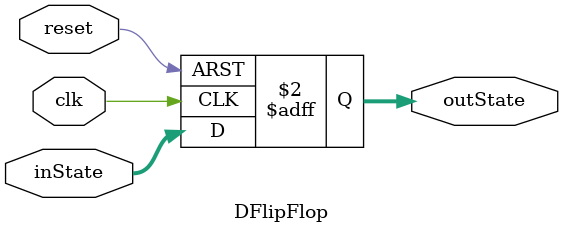
<source format=v>
`timescale 1ns / 1ps


module DFlipFlop(inState, clk, reset, outState);
    input [2:0] inState; // ÏÂÒ»¸ö×´Ì¬
    input clk;// Ê±ÖÓÐÁ¹þ
    input reset; // ÖØÖÃ×´Ì¬ÐÅºÅ
    output reg[2:0] outState; // µ±Ç°×´Ì¬
    always @(posedge clk or posedge reset) begin
        if (reset) outState = 3'b000;
        else outState = inState;
    end
endmodule

</source>
